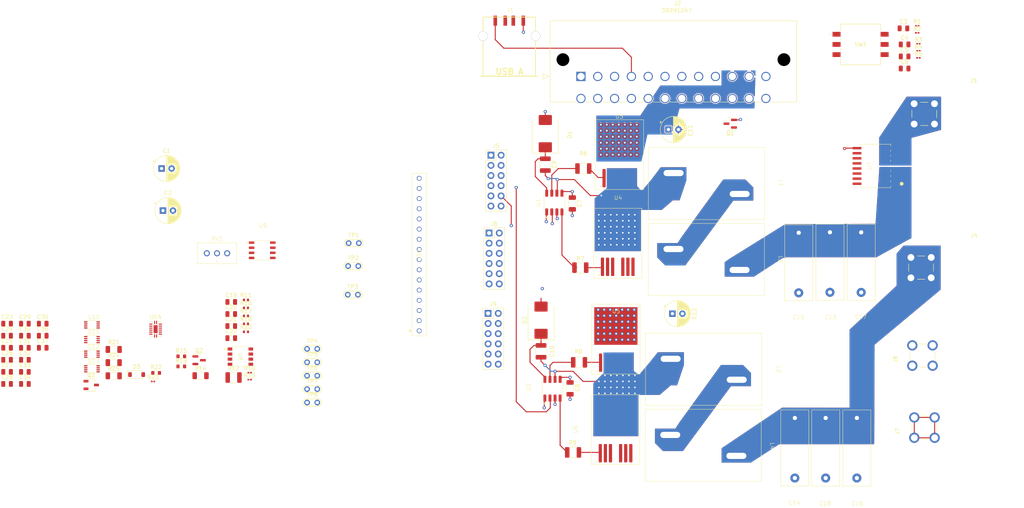
<source format=kicad_pcb>
(kicad_pcb (version 20221018) (generator pcbnew)
  (layers (0 "F.Cu" signal) (1 "In1.Cu" signal "GND") (2 "In2.Cu" signal "PWR") (31 "B.Cu" signal) (34 "B.Paste" user) (35 "F.Paste" user) (36 "B.SilkS" user "B.Silkscreen") (37 "F.SilkS" user "F.Silkscreen") (38 "B.Mask" user) (39 "F.Mask" user) (44 "Edge.Cuts" user))
  (net 0 "")
  (net 1 "+3.3V")
  (net 2 "COM")
  (net 3 "+5V")
  (net 4 "Net-(SW1-8)")
  (net 5 "Net-(SW1-2)")
  (net 6 "Net-(SW1-4)")
  (net 7 "Net-(C6-Pad1)")
  (net 8 "+12V")
  (net 9 "Net-(#FLG07-pwr)")
  (net 10 "Net-(U1-VS)")
  (net 11 "Net-(#FLG06-pwr)")
  (net 12 "Net-(U2-VS)")
  (net 13 "AMP_OUT")
  (net 14 "OCTA_IN")
  (net 15 "Net-(U8--IN)")
  (net 16 "Net-(C20-Pad2)")
  (net 17 "Net-(U8-+IN)")
  (net 18 "-5V")
  (net 19 "Net-(#FLG08-pwr)")
  (net 22 "PWR_OK")
  (net 24 "-12V")
  (net 25 "PWR_ON#")
  (net 27 "OCTA_OUT")
  (net 28 "RELAY_TRIP_N")
  (net 31 "OC_RESET_N")
  (net 33 "CONTRAST")
  (net 34 "Net-(J10-RS)")
  (net 35 "Net-(J10-R{slash}W)")
  (net 36 "Net-(J10-E)")
  (net 37 "Net-(J10-DB0)")
  (net 38 "Net-(J10-DB1)")
  (net 39 "Net-(J10-DB2)")
  (net 40 "Net-(J10-DB3)")
  (net 41 "Net-(J10-DB4)")
  (net 42 "Net-(J10-DB5)")
  (net 43 "Net-(J10-DB6)")
  (net 44 "Net-(J10-DB7)")
  (net 45 "LEDA")
  (net 46 "Net-(L1-Pad2)")
  (net 47 "Net-(L2-Pad2)")
  (net 48 "Net-(Q2-S)")
  (net 49 "V_OC")
  (net 50 "Net-(Q3-B)")
  (net 51 "Net-(Q3-E)")
  (net 52 "Net-(U1-HO)")
  (net 53 "Net-(U3-Gate)")
  (net 54 "Net-(U1-LO)")
  (net 55 "Net-(U4-Gate)")
  (net 56 "Net-(U2-HO)")
  (net 57 "Net-(U5-Gate)")
  (net 58 "Net-(U2-LO)")
  (net 59 "Net-(U6-Gate)")
  (net 60 "FAULT_N")
  (net 61 "Net-(U7-VREF)")
  (net 62 "C_REF")
  (net 63 "Net-(U7-VOUT)")
  (net 64 "C_SENSE")
  (net 65 "INV")
  (net 66 "NON_INV")
  (net 72 "Net-(U10-A1)")
  (net 73 "Net-(U10-A2)")
  (net 74 "RCLK")
  (net 75 "SRCLK")
  (net 76 "Net-(U11-A1)")
  (net 77 "Net-(U11-A2)")
  (net 78 "SER")
  (net 79 "*OE")
  (net 80 "Net-(U12-B2)")
  (net 81 "Net-(U12-B1)")
  (net 82 "Net-(U13-B1)")
  (footprint "CustomFootprints:IPB009N03L" (layer "F.Cu") (at 136.294615 122.70527 -90)
    (fp_text reference "U6")
    (fp_text value "IPB009N03L G")
  )
  (footprint "Resistor_SMD:R_1206_3216Metric" (layer "F.Cu") (at 10.939759 109.2296)
    (fp_text reference "R24")
    (fp_text value "10")
  )
  (footprint "Resistor_SMD:R_0402_1005Metric" (layer "F.Cu") (at 43.979759 101.5296)
    (fp_text reference "R20")
    (fp_text value "325")
  )
  (footprint "Resistor_SMD:R_0603_1608Metric" (layer "F.Cu") (at 27.829759 110.1696)
    (fp_text reference "R19")
    (fp_text value "1k")
  )
  (footprint "Resistor_SMD:R_1210_3225Metric" (layer "F.Cu") (at 128.25 60.75)
    (fp_text reference "R6")
    (fp_text value "10")
  )
  (footprint "CustomFootprints:AGP2923-103KL" (layer "F.Cu") (at 159.01 64.493)
    (fp_text reference "L1")
    (fp_text value "10uH")
  )
  (footprint "Capacitor_SMD:C_0805_2012Metric" (layer "F.Cu") (at -11.240241 108.5296)
    (fp_text reference "C32")
    (fp_text value ".01u")
  )
  (footprint "Capacitor_SMD:C_0805_2012Metric" (layer "F.Cu") (at -15.690241 105.5196)
    (fp_text reference "C25")
    (fp_text value ".01u")
  )
  (footprint "CustomFootprints:IPB009N03L" (layer "F.Cu") (at 137.24 53.995 -90)
    (fp_text reference "U3")
    (fp_text value "IPB009N03L G" hide)
  )
  (footprint "TestPoint:TestPoint_2Pads_Pitch2.54mm_Drill0.8mm" (layer "F.Cu") (at 59.25 119.2)
    (fp_text reference "TP8")
    (fp_text value "TestPoint")
  )
  (footprint "TestPoint:TestPoint_2Pads_Pitch2.54mm_Drill0.8mm" (layer "F.Cu") (at 59.25 105.8)
    (fp_text reference "TP4")
    (fp_text value "TestPoint")
  )
  (footprint "Capacitor_SMD:C_0805_2012Metric" (layer "F.Cu") (at -6.790241 102.5096)
    (fp_text reference "C36")
    (fp_text value ".01u")
  )
  (footprint "Capacitor_SMD:C_1206_3216Metric" (layer "F.Cu") (at 125.5 69.475 -90)
    (fp_text reference "C7")
    (fp_text value "1u")
  )
  (footprint "Resistor_SMD:R_0603_1608Metric" (layer "F.Cu") (at 27.829759 107.6596)
    (fp_text reference "R15")
    (fp_text value "1k")
  )
  (footprint "Resistor_SMD:R_0201_0603Metric" (layer "F.Cu") (at 44.909759 111.7196)
    (fp_text reference "R10")
    (fp_text value "10k")
  )
  (footprint "Resistor_SMD:R_0201_0603Metric" (layer "F.Cu") (at 211.654021 26.8564)
    (fp_text reference "R2")
    (fp_text value "10k")
  )
  (footprint "Capacitor_SMD:C_0805_2012Metric" (layer "F.Cu") (at -11.240241 114.5496)
    (fp_text reference "C34")
    (fp_text value ".01u")
  )
  (footprint "Resistor_SMD:R_0201_0603Metric" (layer "F.Cu") (at 44.909759 113.4696)
    (fp_text reference "R13")
    (fp_text value "10k")
  )
  (footprint "CustomFootprints:S_USB_006_M14.8x14.9" (layer "F.Cu") (at 109.75 37.675)
    (fp_text reference "J1")
    (fp_text value "USB_A")
  )
  (footprint "CustomFootprints:B32522C0335J000" (layer "F.Cu") (at 189.854 84.166 -90)
    (fp_text reference "C13")
    (fp_text value "3.3u")
  )
  (footprint "CustomFootprints:LTC6240IS8TRMPBF" (layer "F.Cu") (at 42.587159 107.9082)
    (fp_text reference "U8")
    (fp_text value "Op Amp")
  )
  (footprint "CustomFootprints:CALTEST_CT3151-2" (layer "F.Cu") (at 212.61 85.5 90)
    (fp_text reference "J4")
    (fp_text value "Black Banana Jack")
  )
  (footprint "Package_DFN_QFN:DHVQFN-16-1EP_2.5x3.5mm_P0.5mm_EP1x2mm" (layer "F.Cu") (at 21.409759 100.8696)
    (fp_text reference "U14")
    (fp_text value "SN74LV595ARGYR")
  )
  (footprint "Capacitor_SMD:C_0805_2012Metric" (layer "F.Cu") (at -15.690241 108.5296)
    (fp_text reference "C26")
    (fp_text value ".01u")
  )
  (footprint "CustomFootprints:1-534237-4" (layer "F.Cu") (at 87.25 82.23 90)
    (fp_text reference "J10")
    (fp_text value "LCD_Conn")
  )
  (footprint "CustomFootprints:SN74LVC2T45DCURE4" (layer "F.Cu") (at 5.509759 107.1196)
    (fp_text reference "U12")
    (fp_text value "SN74LVC2T45DCURE4")
  )
  (footprint "Capacitor_SMD:C_0805_2012Metric" (layer "F.Cu") (at 208.5 35.76)
    (fp_text reference "C6")
    (fp_text value ".01u")
  )
  (footprint "Resistor_SMD:R_0201_0603Metric" (layer "F.Cu") (at 211.95 33.1)
    (fp_text reference "R5")
    (fp_text value "10k")
  )
  (footprint "CustomFootprints:B32522C0335J000" (layer "F.Cu") (at 182.054 84.291 -90)
    (fp_text reference "C15")
    (fp_text value "3.3u")
  )
  (footprint "Capacitor_SMD:C_0805_2012Metric" (layer "F.Cu") (at -6.790241 99.4996)
    (fp_text reference "C35")
    (fp_text value ".01u")
  )
  (footprint "Package_TO_SOT_SMD:SOT-23" (layer "F.Cu") (at 32.279759 108.6296)
    (fp_text reference "Q2")
    (fp_text value "BSS138-7-F")
  )
  (footprint "Package_TO_SOT_SMD:TSOT-23" (layer "F.Cu") (at 5.329759 114.8196)
    (fp_text reference "Q3")
    (fp_text value "NPN")
  )
  (footprint "Capacitor_SMD:C_0805_2012Metric" (layer "F.Cu") (at -15.690241 99.4996)
    (fp_text reference "C23")
    (fp_text value ".01u")
  )
  (footprint "Connector_PinHeader_2.54mm:PinHeader_2x06_P2.54mm_Vertical" (layer "F.Cu") (at 105.17 57.42)
    (fp_text reference "J5")
    (fp_text value "2x6 Pin Header")
  )
  (footprint "Diode_SMD:D_SMC" (layer "F.Cu") (at 117.684615 98.63027 90)
    (fp_text reference "D2")
    (fp_text value "MURS320T3G")
  )
  (footprint "Capacitor_SMD:C_0805_2012Metric" (layer "F.Cu") (at -11.240241 102.5096)
    (fp_text reference "C30")
    (fp_text value ".01u")
  )
  (footprint "TestPoint:TestPoint_2Pads_Pitch2.54mm_Drill0.8mm" (layer "F.Cu") (at 69.501818 85.1068)
    (fp_text reference "TP2")
    (fp_text value "TestPoint")
  )
  (footprint "Capacitor_SMD:C_0805_2012Metric" (layer "F.Cu") (at -11.240241 99.4996)
    (fp_text reference "C29")
    (fp_text value ".01u")
  )
  (footprint "Capacitor_SMD:C_0805_2012Metric" (layer "F.Cu") (at -11.240241 111.5396)
    (fp_text reference "C33")
    (fp_text value ".01u")
  )
  (footprint "CustomFootprints:IR2181" (layer "F.Cu") (at 121 69.25 90)
    (fp_text reference "U1")
    (fp_text value "IR2181STRPBF")
  )
  (footprint "CustomFootprints:SN74LVC2T45DCURE4" (layer "F.Cu") (at 5.509759 110.7696)
    (fp_text reference "U13")
    (fp_text value "SN74LVC2T45DCURE4")
  )
  (footprint "Capacitor_THT:CP_Radial_D6.3mm_P2.50mm" (layer "F.Cu") (at 149.5 51)
    (fp_text reference "C11")
    (fp_text value "100u")
  )
  (footprint "Package_TO_SOT_SMD:SOT-23" (layer "F.Cu") (at 164.9375 49.55 180)
    (fp_text reference "Q1")
    (fp_text value "BSS138-7-F")
  )
  (footprint "Capacitor_SMD:C_0805_2012Metric" (layer "F.Cu") (at 208.5 32.75)
    (fp_text reference "C5")
    (fp_text value ".01u")
  )
  (footprint "CustomFootprints:CALTEST_CT3151-2" (layer "F.Cu") (at 212.96 107.46 90)
    (fp_text reference "J8")
    (fp_text value "CT3151-2")
  )
  (footprint "Capacitor_SMD:C_0805_2012Metric" (layer "F.Cu") (at -11.240241 105.5196)
    (fp_text reference "C31")
    (fp_text value ".01u")
  )
  (footprint "CustomFootprints:MCA1101-20-5" (layer "F.Cu") (at 201.207256 60.1 90)
    (fp_text reference "U7")
    (fp_text value "Current Sensor")
  )
  (footprint "Resistor_SMD:R_0201_0603Metric" (layer "F.Cu") (at 211.95 31.35)
    (fp_text reference "R4")
    (fp_text value "10k")
  )
  (footprint "CustomFootprints:B32522C0335J000" (layer "F.Cu") (at 188.782615 130.55527 -90)
    (fp_text reference "C18")
    (fp_text value "3.3u")
  )
  (footprint "CustomFootprints:AGP2923-103KL" (layer "F.Cu") (at 158.184615 129.90527)
    (fp_text reference "L4")
    (fp_text value "10uH")
  )
  (footprint "Resistor_SMD:R_1206_3216Metric" (layer "F.Cu") (at 32.639759 112.4996)
    (fp_text reference "R14")
    (fp_text value "20k")
  )
  (footprint "Diode_SMD:D_SMC" (layer "F.Cu") (at 118.75 52.025 90)
    (fp_text reference "D1")
    (fp_text value "MURS320T3G")
  )
  (footprint "CustomFootprints:SN74LVC2T45DCURE4" (layer "F.Cu") (at 5.509759 103.4696)
    (fp_text reference "U11")
    (fp_text value "SN74LVC2T45DCURE4")
  )
  (footprint "Resistor_SMD:R_0603_1608Metric" (layer "F.Cu") (at 21.539759 111.7996)
    (fp_text reference "R22")
    (fp_text value "1k")
  )
  (footprint "Capacitor_SMD:C_0805_2012Metric" (layer "F.Cu") (at -15.690241 111.5396)
    (fp_text reference "C27")
    (fp_text value ".01u")
  )
  (footprint "TestPoint:TestPoint_2Pads_Pitch2.54mm_Drill0.8mm" (layer "F.Cu") (at 59.25 112.5)
    (fp_text reference "TP6")
    (fp_text value "TestPoint")
  )
  (footprint "CustomFootprints:CALTEST_CT3151-2" (layer "F.Cu") (at 213.46 125.46 90)
    (fp_text reference "J7")
    (fp_text value "CT3151-2")
  )
  (footprint "Resistor_SMD:R_0402_1005Metric" (layer "F.Cu") (at 43.979759 99.5396)
    (fp_text reference "R18")
    (fp_text value "3.74k")
  )
  (footprint "CustomFootprints:IR2181" (layer "F.Cu") (at 120.549615 115.75027 90)
    (fp_text reference "U2")
    (fp_text value "IR2181STRPBF")
  )
  (footprint "TestPoint:TestPoint_2Pads_Pitch2.54mm_Drill0.8mm" (layer "F.Cu") (at 59.25 115.85)
    (fp_text reference "TP7")
    (fp_text value "TestPoint")
  )
  (footprint "CustomFootprints:221AMC16R" (layer "F.Cu") (at 197.5 29.75)
    (fp_text reference "SW1")
    (fp_text value "Rotary Switch")
  )
  (footprint "Resistor_SMD:R_0201_0603Metric" (layer "F.Cu") (at 20.759759 113.9296)
    (fp_text reference "R23")
    (fp_text value "10k")
  )
  (footprint "CustomFootprints:B32522C0335J000" (layer "F.Cu") (at 196.572615 130.55527 -90)
    (fp_text reference "C16")
    (fp_text value "3.3u")
  )
  (footprint "Capacitor_THT:CP_Radial_D6.3mm_P2.50mm" (layer "F.Cu") (at 150.5 97)
    (fp_text reference "C12")
    (fp_text value "100u")
  )
  (footprint "Resistor_SMD:R_1206_3216Metric" (layer "F.Cu") (at 10.939759 105.9396)
    (fp_text reference "R21")
    (fp_text value "3.1k")
  )
  (footprint "Capacitor_SMD:C_0805_2012Metric" (layer "F.Cu") (at -6.790241 105.5196)
    (fp_text reference "C37")
    (fp_text value ".01u")
  )
  (footprint "CustomFootprints:3386W-1-102RLF" (layer "F.Cu") (at 36.74618 81.9146)
    (fp_text reference "RV1")
    (fp_text value "1K")
  )
  (footprint "Resistor_SMD:R_0402_1005Metric" (layer "F.Cu") (at 43.979759 97.5496)
    (fp_text reference "R17")
    (fp_text value "3.74k")
  )
  (footprint "CustomFootprints:SN74LVC2T45DCURE4" (layer "F.Cu") (at 5.509759 99.8196)
    (fp_text reference "U10")
    (fp_text value "SN74LVC2T45DCURE4")
  )
  (footprint "Resistor_SMD:R_1206_3216Metric" (layer "F.Cu") (at 10.939759 112.5196)
    (fp_text reference "R25")
    (fp_text value "10")
  )
  (footprint "CustomFootprints:B32522C0335J000" (layer "F.Cu") (at 197.654 84.191 -90)
    (fp_text reference "C17")
    (fp_text value "3.3u")
  )
  (footprint "CustomFootprints:L79L05ABD13TR" (layer "F.Cu") (at 48.03618 81.1646)
    (fp_text reference "U9")
    (fp_text value "L79L05ABD13TR")
  )
  (footprint "Resistor_SMD:R_1210_3225Metric" (layer "F.Cu") (at 127.184615 109.15527)
    (fp_text reference "R8")
    (fp_text value "10")
  )
  (footprint "Capacitor_SMD:C_0805_2012Metric" (layer "F.Cu") (at 40.299759 100.0996)
    (fp_text reference "C21")
    (fp_text value ".01u")
  )
  (footprint "Capacitor_SMD:C_0805_2012Metric" (layer "F.Cu") (at 40.299759 97.0896)
    (fp_text reference "C20")
    (fp_text value ".01u")
  )
  (footprint "CustomFootprints:AGP2923-103KL" (layer "F.Cu") (at 158.985 83.47)
    (fp_text reference "L3")
    (fp_text value "10uH")
  )
  (footprint "Resistor_SMD:R_1210_3225Metric" (layer "F.Cu") (at 40.879759 112.9496)
    (fp_text reference "R12")
    (fp_text value "3.3k")
  )
  (footprint "Capacitor_SMD:C_1210_3225Metric" (layer "F.Cu") (at 117.684615 106.40527 -90)
    (fp_text reference "C10")
    (fp_text value "0.47u")
  )
  (footprint "CustomFootprints:CON_39291247" (layer "F.Cu") (at 127.654015 37.75 180)
    (fp_text reference "J2")
    (fp_text value "ATX-24")
  )
  (footprint "TestPoint:TestPoint_2Pads_Pitch2.54mm_Drill0.8mm" (layer "F.Cu") (at 69.401818 92.2568)
    (fp_text reference "TP3")
    (fp_text value "TestPoint")
  )
  (footprint "CustomFootprints:AGP2923-103KL" (layer "F.Cu") (at 158.284615 110.89527)
    (fp_text reference "L2")
    (fp_text value "10uH")
  )
  (footprint "Capacitor_SMD:C_0805_2012Metric" (layer "F.Cu") (at 208.204021 25.7364)
    (fp_text reference "C3")
    (fp_text value ".01u")
  )
  (footprint "Capacitor_SMD:C_1206_3216Metric" (layer "F.Cu") (at 124.934615 115.65527 -90)
    (fp_text reference "C8")
    (fp_text value "1u")
  )
  (footprint "Capacitor_SMD:C_1210_3225Metric" (layer "F.Cu") (at 118.75 59.775 -90)
    (fp_text reference "C9")
    (fp_text value "0.47u")
  )
  (footprint "TestPoint:TestPoint_2Pads_Pitch2.54mm_Drill0.8mm" (layer "F.Cu") (at 59.25 109.15)
    (fp_text reference "TP5")
    (fp_text value "TestPoint")
  )
  (footprint "Capacitor_SMD:C_0805_2012Metric" (layer "F.Cu") (at -15.690241 102.5096)
    (fp_text reference "C24")
    (fp_text value ".01u")
  )
  (footprint "Resistor_SMD:R_0402_1005Metric" (layer "F.Cu") (at 43.979759 95.5596)
    (fp_text reference "R16")
    (fp_text value "325")
  )
  (footprint "CustomFootprints:B32522C0335J000" (layer "F.Cu") (at 181.078615 130.55527 -90)
    (fp_text reference "C14")
    (fp_text value "3.3u")
  )
  (footprint "Connector_PinHeader_2.54mm:PinHeader_2x06_P2.54mm_Vertical" (layer "F.Cu") (at 104.71 76.86)
    (fp_text reference "J6")
    (fp_text value "2x6 Pin Header")
  )
  (footprint "Resistor_SMD:R_0201_0603Metric" (layer "F.Cu") (at 211.95 29.6)
    (fp_text reference "R3")
    (fp_text value "10k")
  )
  (footprint "Capacitor_SMD:C_0805_2012Metric" (layer "F.Cu") (at 40.299759 103.1096)
    (fp_text reference "C22")
    (fp_text value ".01u")
  )
  (footprint "CustomFootprints:CALTEST_CT3151-2" (layer "F.Cu") (at 213.417256 47.1 90)
    (fp_text reference "J3")
    (fp_text value "Red Banana Jack")
  )
  (footprint "Capacitor_THT:CP_Radial_D6.3mm_P2.50mm" (layer "F.Cu") (at 23.25 71.25)
    (fp_text reference "C2")
    (fp_text value "100u")
  )
  (footprint "Capacitor_SMD:C_0805_2012Metric" (layer "F.Cu") (at 208.5 29.74)
    (fp_text reference "C4")
    (fp_text value ".01u")
  )
  (footprint "TestPoint:TestPoint_2Pads_Pitch2.54mm_Drill0.8mm" (layer "F.Cu") (at 69.626818 79.3818)
    (fp_text reference "TP1")
    (fp_text value "TestPoint")
  )
  (footprint "Capacitor_THT:CP_Radial_D6.3mm_P2.50mm" (layer "F.Cu") (at 22.905638 60.7422)
    (fp_text reference "C1")
    (fp_text value "100u")
  )
  (footprint "Resistor_SMD:R_1210_3225Metric" (layer "F.Cu") (at 125.684615 131.65527)
    (fp_text reference "R9")
    (fp_text value "10")
  )
  (footprint "Resistor_SMD:R_0402_1005Metric" (layer "F.Cu") (at 43.979759 93.5696)
    (fp_text reference "R11")
    (fp_text value "33k")
  )
  (footprint "Resistor_SMD:R_0201_0603Metric" (layer "F.Cu") (at 211.654021 25.1064)
    (fp_text reference "R1")
    (fp_text value "10k")
  )
  (footprint "Resistor_SMD:R_1210_3225Metric" (layer "F.Cu") (at 127.5 85.5)
    (fp_text reference "R7")
    (fp_text value "10")
  )
  (footprint "Capacitor_SMD:C_0805_2012Metric" (layer "F.Cu") (at -15.690241 114.5496)
    (fp_text reference "C28")
    (fp_text value ".01u")
  )
  (footprint "CustomFootprints:IPB009N03L" (layer "F.Cu") (at 136.842 76.15 -90)
    (fp_text reference "U4")
    (fp_text value "IPB009N03L G")
  )
  (footprint "Capacitor_SMD:C_0805_2012Metric" (layer "F.Cu") (at 40.299759 94.0796)
    (fp_text reference "C19")
    (fp_text value ".01u")
  )
  (footprint "Connector_PinHeader_2.54mm:PinHeader_2x06_P2.54mm_Vertical" (layer "F.Cu") (at 104.46 96.92)
    (fp_text reference "J9")
    (fp_text value "2x6 Pin Header")
  )
  (footprint "CustomFootprints:IPB009N03L" (layer "F.Cu") (at 136.374615 100.08027 -90)
    (fp_text reference "U5")
    (fp_text value "IPB009N03L G")
  )
  (footprint "Diode_SMD:D_SOD-123" (layer "F.Cu") (at 16.664759 112.2196)
    (fp_text reference "D3")
    (fp_text value "SZMMSZ4679T1G")
  )
  (segment (start 152 51) (end 152 52.25) (width 0.25) (layer "F.Cu") (net 2))
  (segment (start 152 52.25) (end 152.25 52.5) (width 0.25) (layer "F.Cu") (net 2))
  (segment (start 124.934615 117.13027) (end 124.934615 118.40527) (width 0.25) (layer "F.Cu") (net 2))
  (segment (start 167.4 48.6) (end 167.5 48.5) (width 0.25) (layer "F.Cu") (net 2))
  (segment (start 121.635 73.135) (end 121.75 73.25) (width 0.25) (layer "F.Cu") (net 2))
  (segment (start 121.635 71.585) (end 121.635 73.135) (width 0.25) (layer "F.Cu") (net 2))
  (segment (start 152 51) (end 153.5 51) (width 0.25) (layer "F.Cu") (net 2))
  (segment (start 125.5 70.95) (end 125.5 72.5) (width 0.25) (layer "F.Cu") (net 2))
  (segment (start 113.25 23.825) (end 113.25 26.65) (width 0.25) (layer "F.Cu") (net 2))
  (segment (start 152 51) (end 152 49.5) (width 0.25) (layer "F.Cu") (net 2))
  (segment (start 165.875 48.6) (end 167.4 48.6) (width 0.25) (layer "F.Cu") (net 2))
  (segment (start 113.25 26.65) (end 113.3 26.7) (width 0.25) (layer "F.Cu") (net 2))
  (segment (start 152 49.75) (end 152.25 49.5) (width 0.25) (layer "F.Cu") (net 2))
  (segment (start 121.184615 118.08527) (end 121.184615 119.65527) (width 0.25) (layer "F.Cu") (net 2))
  (via (at 153.5 51) (size 0.8) (drill 0.4) (layers "F.Cu" "B.Cu") (net 2))
  (via (at 121.75 73.25) (size 0.8) (drill 0.4) (layers "F.Cu" "B.Cu") (net 2))
  (via (at 121.184615 119.65527) (size 0.8) (drill 0.4) (layers "F.Cu" "B.Cu") (net 2))
  (via (at 167.5 48.5) (size 0.8) (drill 0.4) (layers "F.Cu" "B.Cu") (net 2))
  (via (at 152.25 52.5) (size 0.8) (drill 0.4) (layers "F.Cu" "B.Cu") (net 2))
  (via (at 113.3 26.7) (size 0.8) (drill 0.4) (layers "F.Cu" "B.Cu") (net 2))
  (via (at 124.934615 118.40527) (size 0.8) (drill 0.4) (layers "F.Cu" "B.Cu") (net 2))
  (via (at 125.5 72.5) (size 0.8) (drill 0.4) (layers "F.Cu" "B.Cu") (net 2))
  (via (at 152.25 49.5) (size 0.8) (drill 0.4) (layers "F.Cu" "B.Cu") (net 2))
  (segment (start 140.254013 32.954013) (end 140.254013 37.75) (width 0.25) (layer "F.Cu") (net 3))
  (segment (start 108.4 30.7) (end 138 30.7) (width 0.25) (layer "F.Cu") (net 3))
  (segment (start 106.25 28.55) (end 108.4 30.7) (width 0.25) (layer "F.Cu") (net 3))
  (segment (start 138 30.7) (end 140.254013 32.954013) (width 0.25) (layer "F.Cu") (net 3))
  (segment (start 106.25 23.825) (end 106.25 28.55) (width 0.25) (layer "F.Cu") (net 3))
  (segment (start 117.684615 95.23027) (end 117.684615 93.15527) (width 0.25) (layer "F.Cu") (net 8))
  (segment (start 124.934615 112.90527) (end 124.934615 114.18027) (width 0.25) (layer "F.Cu") (net 8))
  (segment (start 118.75 48.625) (end 118.75 46.525) (width 0.25) (layer "F.Cu") (net 8))
  (segment (start 123.31 66.5) (end 125.5 66.5) (width 0.25) (layer "F.Cu") (net 8))
  (segment (start 118.75 46.275) (end 118.75 46.525) (width 0.25) (layer "F.Cu") (net 8))
  (segment (start 125.5 68) (end 125.5 66.5) (width 0.25) (layer "F.Cu") (net 8))
  (segment (start 134.036615 102.41827) (end 136.374615 100.08027) (width 0.25) (layer "F.Cu") (net 8))
  (segment (start 122.954615 112.90527) (end 124.934615 112.90527) (width 0.25) (layer "F.Cu") (net 8))
  (segment (start 122.454615 113.40527) (end 122.954615 112.90527) (width 0.25) (layer "F.Cu") (net 8))
  (segment (start 122.905 66.905) (end 123.31 66.5) (width 0.25) (layer "F.Cu") (net 8))
  (via (at 131.95 100.5) (size 0.8) (drill 0.4) (layers "F.Cu" "B.Cu") (net 8))
  (via (at 133.45 103.5) (size 0.8) (drill 0.4) (layers "F.Cu" "B.Cu") (net 8))
  (via (at 138.61 57.293) (size 0.8) (drill 0.4) (layers "F.Cu" "B.Cu") (net 8))
  (via (at 136.45 99) (size 0.8) (drill 0.4) (layers "F.Cu" "B.Cu") (net 8))
  (via (at 133.45 97.5) (size 0.8) (drill 0.4) (layers "F.Cu" "B.Cu") (net 8))
  (via (at 131.95 96) (size 0.8) (drill 0.4) (layers "F.Cu" "B.Cu") (net 8))
  (via (at 133.45 96) (size 0.8) (drill 0.4) (layers "F.Cu" "B.Cu") (net 8))
  (via (at 137.95 102) (size 0.8) (drill 0.4) (layers "F.Cu" "B.Cu") (net 8))
  (via (at 134.95 103.5) (size 0.8) (drill 0.4) (layers "F.Cu" "B.Cu") (net 8))
  (via (at 125.5 66.5) (size 0.8) (drill 0.4) (layers "F.Cu" "B.Cu") (net 8))
  (via (at 134.11 49.8) (size 0.8) (drill 0.4) (layers "F.Cu" "B.Cu") (net 8))
  (via (at 134.95 96) (size 0.8) (drill 0.4) (layers "F.Cu" "B.Cu") (net 8))
  (via (at 131.95 97.5) (size 0.8) (drill 0.4) (layers "F.Cu" "B.Cu") (net 8))
  (via (at 140.95 102) (size 0.8) (drill 0.4) (layers "F.Cu" "B.Cu") (net 8))
  (via (at 134.11 57.293) (size 0.8) (drill 0.4) (layers "F.Cu" "B.Cu") (net 8))
  (via (at 131.95 103.5) (size 0.8) (drill 0.4) (layers "F.Cu" "B.Cu") (net 8))
  (via (at 135.61 51.293) (size 0.8) (drill 0.4) (layers "F.Cu" "B.Cu") (net 8))
  (via (at 138.61 51.293) (size 0.8) (drill 0.4) (layers "F.Cu" "B.Cu") (net 8))
  (via (at 132.61 57.293) (size 0.8) (drill 0.4) (layers "F.Cu" "B.Cu") (net 8))
  (via (at 134.11 55.793) (size 0.8) (drill 0.4) (layers "F.Cu" "B.Cu") (net 8))
  (via (at 134.95 100.5) (size 0.8) (drill 0.4) (layers "F.Cu" "B.Cu") (net 8))
  (via (at 136.45 102) (size 0.8) (drill 0.4) (layers "F.Cu" "B.Cu") (net 8))
  (via (at 134.95 99) (size 0.8) (drill 0.4) (layers "F.Cu" "B.Cu") (net 8))
  (via (at 140.11 57.293) (size 0.8) (drill 0.4) (layers "F.Cu" "B.Cu") (net 8))
  (via (at 131.95 99) (size 0.8) (drill 0.4) (layers "F.Cu" "B.Cu") (net 8))
  (via (at 134.95 97.5) (size 0.8) (drill 0.4) (layers "F.Cu" "B.Cu") (net 8))
  (via (at 140.11 55.793) (size 0.8) (drill 0.4) (layers "F.Cu" "B.Cu") (net 8))
  (via (at 132.61 49.8) (size 0.8) (drill 0.4) (layers "F.Cu" "B.Cu") (net 8))
  (via (at 133.45 102) (size 0.8) (drill 0.4) (layers "F.Cu" "B.Cu") (net 8))
  (via (at 134.11 54.293) (size 0.8) (drill 0.4) (layers "F.Cu" "B.Cu") (net 8))
  (via (at 136.45 96) (size 0.8) (drill 0.4) (layers "F.Cu" "B.Cu") (net 8))
  (via (at 133.45 99) (size 0.8) (drill 0.4) (layers "F.Cu" "B.Cu") (net 8))
  (via (at 132.61 55.793) (size 0.8) (drill 0.4) (layers "F.Cu" "B.Cu") (net 8))
  (via (at 134.95 102) (size 0.8) (drill 0.4) (layers "F.Cu" "B.Cu") (net 8))
  (via (at 118.75 46.525) (size 0.8) (drill 0.4) (layers "F.Cu" "B.Cu") (net 8))
  (via (at 135.61 52.793) (size 0.8) (drill 0.4) (layers "F.Cu" "B.Cu") (net 8))
  (via (at 137.95 97.5) (size 0.8) (drill 0.4) (layers "F.Cu" "B.Cu") (net 8))
  (via (at 140.11 49.8) (size 0.8) (drill 0.4) (layers "F.Cu" "B.Cu") (net 8))
  (via (at 131.95 102) (size 0.8) (drill 0.4) (layers "F.Cu" "B.Cu") (net 8))
  (via (at 141.61 51.293) (size 0.8) (drill 0.4) (layers "F.Cu" "B.Cu") (net 8))
  (via (at 141.61 52.793) (size 0.8) (drill 0.4) (layers "F.Cu" "B.Cu") (net 8))
  (via (at 140.95 97.5) (size 0.8) (drill 0.4) (layers "F.Cu" "B.Cu") (net 8))
  (via (at 139.45 97.5) (size 0.8) (drill 0.4) (layers "F.Cu" "B.Cu") (net 8))
  (via (at 139.45 100.5) (size 0.8) (drill 0.4) (layers "F.Cu" "B.Cu") (net 8))
  (via (at 140.95 103.5) (size 0.8) (drill 0.4) (layers "F.Cu" "B.Cu") (net 8))
  (via (at 140.11 54.293) (size 0.8) (drill 0.4) (layers "F.Cu" "B.Cu") (net 8))
  (via (at 136.45 97.5) (size 0.8) (drill 0.4) (layers "F.Cu" "B.Cu") (net 8))
  (via (at 135.61 54.293) (size 0.8) (drill 0.4) (layers "F.Cu" "B.Cu") (net 8))
  (via (at 137.95 96) (size 0.8) (drill 0.4) (layers "F.Cu" "B.Cu") (net 8))
  (via (at 138.61 55.793) (size 0.8) (drill 0.4) (layers "F.Cu" "B.Cu") (net 8))
  (via (at 135.61 55.793) (size 0.8) (drill 0.4) (layers "F.Cu" "B.Cu") (net 8))
  (via (at 138.61 49.8) (size 0.8) (drill 0.4) (layers "F.Cu" "B.Cu") (net 8))
  (via (at 136.45 103.5) (size 0.8) (drill 0.4) (layers "F.Cu" "B.Cu") (net 8))
  (via (at 137.11 55.793) (size 0.8) (drill 0.4) (layers "F.Cu" "B.Cu") (net 8))
  (via (at 137.11 57.293) (size 0.8) (drill 0.4) (layers "F.Cu" "B.Cu") (net 8))
  (via (at 137.95 99) (size 0.8) (drill 0.4) (layers "F.Cu" "B.Cu") (net 8))
  (via (at 137.11 54.293) (size 0.8) (drill 0.4) (layers "F.Cu" "B.Cu") (net 8))
  (via (at 139.45 102) (size 0.8) (drill 0.4) (layers "F.Cu" "B.Cu") (net 8))
  (via (at 137.11 52.793) (size 0.8) (drill 0.4) (layers "F.Cu" "B.Cu") (net 8))
  (via (at 118 90.75) (size 0.8) (drill 0.4) (layers "F.Cu" "B.Cu") (net 8))
  (via (at 140.95 96) (size 0.8) (drill 0.4) (layers "F.Cu" "B.Cu") (net 8))
  (via (at 132.61 51.293) (size 0.8) (drill 0.4) (layers "F.Cu" "B.Cu") (net 8))
  (via (at 141.61 49.8) (size 0.8) (drill 0.4) (layers "F.Cu" "B.Cu") (net 8))
  (via (at 139.45 103.5) (size 0.8) (drill 0.4) (layers "F.Cu" "B.Cu") (net 8))
  (via (at 139.45 99) (size 0.8) (drill 0.4) (layers "F.Cu" "B.Cu") (net 8))
  (via (at 124.934615 112.90527) (size 0.8) (drill 0.4) (layers "F.Cu" "B.Cu") (net 8))
  (via (at 135.61 49.8) (size 0.8) (drill 0.4) (layers "F.Cu" "B.Cu") (net 8))
  (via (at 141.61 55.793) (size 0.8) (drill 0.4) (layers "F.Cu" "B.Cu") (net 8))
  (via (at 140.95 100.5) (size 0.8) (drill 0.4) (layers "F.Cu" "B.Cu") (net 8))
  (via (at 137.11 49.8) (size 0.8) (drill 0.4) (layers "F.Cu" "B.Cu") (net 8))
  (via (at 134.11 51.293) (size 0.8) (drill 0.4) (layers "F.Cu" "B.Cu") (net 8))
  (via (at 136.45 100.5) (size 0.8) (drill 0.4) (layers "F.Cu" "B.Cu") (net 8))
  (via (at 141.61 57.293) (size 0.8) (drill 0.4) (layers "F.Cu" "B.Cu") (net 8))
  (via (at 132.61 52.793) (size 0.8) (drill 0.4) (layers "F.Cu" "B.Cu") (net 8))
  (via (at 140.11 52.793) (size 0.8) (drill 0.4) (layers "F.Cu" "B.Cu") (net 8))
  (via (at 134.11 52.793) (size 0.8) (drill 0.4) (layers "F.Cu" "B.Cu") (net 8))
  (via (at 139.45 96) (size 0.8) (drill 0.4) (layers "F.Cu" "B.Cu") (net 8))
  (via (at 137.95 100.5) (size 0.8) (drill 0.4) (layers "F.Cu" "B.Cu") (net 8))
  (via (at 140.95 99) (size 0.8) (drill 0.4) (layers "F.Cu" "B.Cu") (net 8))
  (via (at 140.11 51.293) (size 0.8) (drill 0.4) (layers "F.Cu" "B.Cu") (net 8))
  (via (at 138.61 54.293) (size 0.8) (drill 0.4) (layers "F.Cu" "B.Cu") (net 8))
  (via (at 133.45 100.5) (size 0.8) (drill 0.4) (layers "F.Cu" "B.Cu") (net 8))
  (via (at 132.61 54.293) (size 0.8) (drill 0.4) (layers "F.Cu" "B.Cu") (net 8))
  (via (at 138.61 52.793) (size 0.8) (drill 0.4) (layers "F.Cu" "B.Cu") (net 8))
  (via (at 137.11 51.293) (size 0.8) (drill 0.4) (layers "F.Cu" "B.Cu") (net 8))
  (via (at 141.61 54.293) (size 0.8) (drill 0.4) (layers "F.Cu" "B.Cu") (net 8))
  (via (at 135.61 57.293) (size 0.8) (drill 0.4) (layers "F.Cu" "B.Cu") (net 8))
  (via (at 137.95 103.5) (size 0.8) (drill 0.4) (layers "F.Cu" "B.Cu") (net 8))
  (segment (start 116.25 62.75) (end 116.25 59) (width 0.25) (layer "F.Cu") (net 9))
  (segment (start 119.095 66.905) (end 119.095 65.595) (width 0.25) (layer "F.Cu") (net 9))
  (segment (start 116.95 58.3) (end 118.75 58.3) (width 0.25) (layer "F.Cu") (net 9))
  (segment (start 118.845 55.52) (end 118.75 55.425) (width 0.25) (layer "F.Cu") (net 9))
  (segment (start 118.75 55.425) (end 118.75 58.3) (width 0.25) (layer "F.Cu") (net 9))
  (segment (start 116.25 59) (end 116.95 58.3) (width 0.25) (layer "F.Cu") (net 9))
  (segment (start 119.095 65.595) (end 116.25 62.75) (width 0.25) (layer "F.Cu") (net 9))
  (segment (start 139.61 73.793) (end 141.11 72.293) (width 0.25) (layer "F.Cu") (net 10))
  (segment (start 136.842 74.025) (end 136.61 73.793) (width 0.25) (layer "F.Cu") (net 10))
  (segment (start 130 67.5) (end 132.75 67.5) (width 0.25) (layer "F.Cu") (net 10))
  (segment (start 133.61 72.293) (end 132.985 72.293) (width 0.25) (layer "F.Cu") (net 10))
  (segment (start 135.11 73.793) (end 134.485 73.793) (width 0.25) (layer "F.Cu") (net 10))
  (segment (start 126 63.5) (end 130 67.5) (width 0.25) (layer "F.Cu") (net 10))
  (segment (start 136.842 75.061) (end 136.842 74.025) (width 0.25) (layer "F.Cu") (net 10))
  (segment (start 136.842 75.95) (end 138.11 75.293) (width 0.25) (layer "F.Cu") (net 10))
  (segment (start 136.61 73.793) (end 136.842 73.561) (width 0.25) (layer "F.Cu") (net 10))
  (segment (start 118.75 62.5) (end 119.5 63.25) (width 0.25) (layer "F.Cu") (net 10))
  (segment (start 136.61 75.293) (end 136.842 75.061) (width 0.25) (layer "F.Cu") (net 10))
  (segment (start 138.11 75.293) (end 139.61 73.793) (width 0.25) (layer "F.Cu") (net 10))
  (segment (start 136.842 75.525) (end 136.61 75.293) (width 0.25) (layer "F.Cu") (net 10))
  (segment (start 118.75 61.25) (end 118.75 62.5) (width 0.25) (layer "F.Cu") (net 10))
  (segment (start 136.842 76.15) (end 135.642 74.95) (width 0.25) (layer "F.Cu") (net 10))
  (segment (start 133.61 72.918) (end 133.61 72.293) (width 0.25) (layer "F.Cu") (net 10))
  (segment (start 136.842 76.15) (end 136.842 75.525) (width 0.25) (layer "F.Cu") (net 10))
  (segment (start 141.11 72.293) (end 140.642 72.15) (width 0.25) (layer "F.Cu") (net 10))
  (segment (start 134.521 63.162) (end 134.509 63.15) (width 0.25) (layer "F.Cu") (net 10))
  (segment (start 121.75 66.79) (end 121.635 66.905) (width 0.25) (layer "F.Cu") (net 10))
  (segment (start 140.871 63.162) (end 140.859 63.15) (width 0.25) (layer "F.Cu") (net 10))
  (segment (start 134.509 63.15) (end 134.546 63.187) (width 0.25) (layer "F.Cu") (net 10))
  (segment (start 136.842 73.561) (end 136.842 73.55) (width 0.25) (layer "F.Cu") (net 10))
  (segment (start 136.842 76.15) (end 135.11 74.418) (width 0.25) (layer "F.Cu") (net 10))
  (segment (start 134.485 73.793) (end 133.61 72.918) (width 0.25) (layer "F.Cu") (net 10))
  (segment (start 135.11 74.418) (end 135.11 73.793) (width 0.25) (layer "F.Cu") (net 10))
  (segment (start 134.7 61.2) (end 134.7 63.145) (width 0.25) (layer "F.Cu") (net 10))
  (segment (start 136.842 76.15) (end 136.842 75.95) (width 0.25) (layer "F.Cu") (net 10))
  (segment (start 121.75 63.5) (end 126 63.5) (width 0.25) (layer "F.Cu") (net 10))
  (segment (start 135.642 74.95) (end 135.642 72.15) (width 0.25) (layer "F.Cu") (net 10))
  (segment (start 132.985 72.293) (end 132.842 72.15) (width 0.25) (layer "F.Cu") (net 10))
  (segment (start 121.75 63.5) (end 121.75 66.79) (width 0.25) (layer "F.Cu") (net 10))
  (via (at 132.11 76.793) (size 0.8) (drill 0.4) (layers "F.Cu" "B.Cu") (net 10))
  (via (at 132.11 75.293) (size 0.8) (drill 0.4) (layers "F.Cu" "B.Cu") (net 10))
  (via (at 138.11 79.793) (size 0.8) (drill 0.4) (layers "F.Cu" "B.Cu") (net 10))
  (via (at 133.61 72.293) (size 0.8) (drill 0.4) (layers "F.Cu" "B.Cu") (net 10))
  (via (at 135.11 72.293) (size 0.8) (drill 0.4) (layers "F.Cu" "B.Cu") (net 10))
  (via (at 138.11 72.293) (size 0.8) (drill 0.4) (layers "F.Cu" "B.Cu") (net 10))
  (via (at 138.11 75.293) (size 0.8) (drill 0.4) (layers "F.Cu" "B.Cu") (net 10))
  (via (at 132.11 73.793) (size 0.8) (drill 0.4) (layers "F.Cu" "B.Cu") (net 10))
  (via (at 136.61 78.293) (size 0.8) (drill 0.4) (layers "F.Cu" "B.Cu") (net 10))
  (via (at 138.11 73.793) (size 0.8) (drill 0.4) (layers "F.Cu" "B.Cu") (net 10))
  (via (at 133.61 78.293) (size 0.8) (drill 0.4) (layers "F.Cu" "B.Cu") (net 10))
  (via (at 141.11 76.793) (size 0.8) (drill 0.4) (layers "F.Cu" "B.Cu") (net 10))
  (via (at 141.11 75.293) (size 0.8) (drill 0.4) (layers "F.Cu" "B.Cu") (net 10))
  (via (at 135.11 76.793) (size 0.8) (drill 0.4) (layers "F.Cu" "B.Cu") (net 10))
  (via (at 136.61 72.293) (size 0.8) (drill 0.4) (layers "F.Cu" "B.Cu") (net 10))
  (via (at 136.61 73.793) (size 0.8) (drill 0.4) (layers "F.Cu" "B.Cu") (net 10))
  (via (at 132.11 78.293) (size 0.8) (drill 0.4) (layers "F.Cu" "B.Cu") (net 10))
  (via (at 135.11 79.793) (size 0.8) (drill 0.4) (layers "F.Cu" "B.Cu") (net 10))
  (via (at 138.11 76.793) (size 0.8) (drill 0.4) (layers "F.Cu" "B.Cu") (net 10))
  (via (at 141.11 79.793) (size 0.8) (drill 0.4) (layers "F.Cu" "B.Cu") (net 10))
  (via (at 141.11 78.293) (size 0.8) (drill 0.4) (layers "F.Cu" "B.Cu") (net 10))
  (via (at 121.75 63.5) (size 0.8) (drill 0.4) (layers "F.Cu" "B.Cu") (net 10))
  (via (at 133.61 76.793) (size 0.8) (drill 0.4) (layers "F.Cu" "B.Cu") (net 10))
  (via (at 136.61 79.793) (size 0.8) (drill 0.4) (layers "F.Cu" "B.Cu") (net 10))
  (via (at 141.11 72.293) (size 0.8) (drill 0.4) (layers "F.Cu" "B.Cu") (net 10))
  (via (at 132.75 67.5) (size 0.8) (drill 0.4) (layers "F.Cu" "B.Cu") (net 10))
  (via (at 139.61 78.293) (size 0.8) (drill 0.4) (layers "F.Cu" "B.Cu") (net 10))
  (via (at 133.61 79.793) (size 0.8) (drill 0.4) (layers "F.Cu" "B.Cu") (net 10))
  (via (at 133.61 73.793) (size 0.8) (drill 0.4) (layers "F.Cu" "B.Cu") (net 10))
  (via (at 135.11 75.293) (size 0.8) (drill 0.4) (layers "F.Cu" "B.Cu") (net 10))
  (via (at 139.61 73.793) (size 0.8) (drill 0.4) (layers "F.Cu" "B.Cu") (net 10))
  (via (at 132.11 79.793) (size 0.8) (drill 0.4) (layers "F.Cu" "B.Cu") (net 10))
  (via (at 139.61 75.293) (size 0.8) (drill 0.4) (layers "F.Cu" "B.Cu") (net 10))
  (via (at 136.61 75.293) (size 0.8) (drill 0.4) (layers "F.Cu" "B.Cu") (net 10))
  (via (at 133.61 75.293) (size 0.8) (drill 0.4) (layers "F.Cu" "B.Cu") (net 10))
  (via (at 139.61 72.293) (size 0.8) (drill 0.4) (layers "F.Cu" "B.Cu") (net 10))
  (via (at 135.11 78.293) (size 0.8) (drill 0.4) (layers "F.Cu" "B.Cu") (net 10))
  (via (at 141.11 73.793) (size 0.8) (drill 0.4) (layers "F.Cu" "B.Cu") (net 10))
  (via (at 135.11 73.793) (size 0.8) (drill 0.4) (layers "F.Cu" "B.Cu") (net 10))
  (via (at 132.11 72.293) (size 0.8) (drill 0.4) (layers "F.Cu" "B.Cu") (net 10))
  (via (at 138.11 78.293) (size 0.8) (drill 0.4) (layers "F.Cu" "B.Cu") (net 10))
  (via (at 119.5 63.25) (size 0.8) (drill 0.4) (layers "F.Cu" "B.Cu") (net 10))
  (via (at 136.61 76.793) (size 0.8) (drill 0.4) (layers "F.Cu" "B.Cu") (net 10))
  (via (at 139.61 76.793) (size 0.8) (drill 0.4) (layers "F.Cu" "B.Cu") (net 10))
  (via (at 139.61 79.793) (size 0.8) (drill 0.4) (layers "F.Cu" "B.Cu") (net 10))
  (segment (start 121.5 63.25) (end 121.75 63.5) (width 0.25) (layer "B.Cu") (net 10))
  (segment (start 119.5 63.25) (end 121.5 63.25) (width 0.25) (layer "B.Cu") (net 10))
  (segment (start 114.934615 105.90527) (end 115.909615 104.93027) (width 0.25) (layer "F.Cu") (net 11))
  (segment (start 114.934615 109.15527) (end 114.934615 105.90527) (width 0.25) (layer "F.Cu") (net 11))
  (segment (start 117.684615 104.93027) (end 117.684615 102.03027) (width 0.25) (layer "F.Cu") (net 11))
  (segment (start 118.644615 112.86527) (end 114.934615 109.15527) (width 0.25) (layer "F.Cu") (net 11))
  (segment (start 115.909615 104.93027) (end 117.684615 104.93027) (width 0.25) (layer "F.Cu") (net 11))
  (segment (start 118.644615 113.40527) (end 118.644615 112.86527) (width 0.25) (layer "F.Cu") (net 11))
  (segment (start 121.184615 111.40527) (end 125.684615 111.40527) (width 0.25) (layer "F.Cu") (net 12))
  (segment (start 128.197615 113.91827) (end 132.134615 113.91827) (width 0.25) (layer "F.Cu") (net 12))
  (segment (start 117.684615 107.88027) (end 117.684615 108.90527) (width 0.25) (layer "F.Cu") (net 12))
  (segment (start 117.684615 108.90527) (end 118.684615 109.90527) (width 0.25) (layer "F.Cu") (net 12))
  (segment (start 125.684615 111.40527) (end 128.197615 113.91827) (width 0.25) (layer "F.Cu") (net 12))
  (segment (start 121.184615 113.40527) (end 121.184615 111.40527) (width 0.25) (layer "F.Cu") (net 12))
  (via (at 141.134615 115.41827) (size 0.8) (drill 0.4) (layers "F.Cu" "B.Cu") (net 12))
  (via (at 136.634615 115.41827) (size 0.8) (drill 0.4) (layers "F.Cu" "B.Cu") (net 12))
  (via (at 136.634615 112.41827) (size 0.8) (drill 0.4) (layers "F.Cu" "B.Cu") (net 12))
  (via (at 135.134615 116.91827) (size 0.8) (drill 0.4) (layers "F.Cu" "B.Cu") (net 12))
  (via (at 138.134615 116.91827) (size 0.8) (drill 0.4) (layers "F.Cu" "B.Cu") (net 12))
  (via (at 139.634615 113.91827) (size 0.8) (drill 0.4) (layers "F.Cu" "B.Cu") (net 12))
  (via (at 132.134615 113.91827) (size 0.8) (drill 0.4) (layers "F.Cu" "B.Cu") (net 12))
  (via (at 121.184615 111.40527) (size 0.8) (drill 0.4) (layers "F.Cu" "B.Cu") (net 12))
  (via (at 136.634615 113.91827) (size 0.8) (drill 0.4) (layers "F.Cu" "B.Cu") (net 12))
  (via (at 133.634615 115.41827) (size 0.8) (drill 0.4) (layers "F.Cu" "B.Cu") (net 12))
  (via (at 132.134615 116.91827) (size 0.8) (drill 0.4) (layers "F.Cu" "B.Cu") (net 12))
  (via (at 138.134615 113.91827) (size 0.8) (drill 0.4) (layers "F.Cu" "B.Cu") (net 12))
  (via (at 135.134615 112.41827) (size 0.8) (drill 0.4) (layers "F.Cu" "B.Cu") (net 12))
  (via (at 118.684615 109.90527) (size 0.8) (drill 0.4) (layers "F.Cu" "B.Cu") (net 12))
  (via (at 141.134615 116.91827) (size 0.8) (drill 0.4) (layers "F.Cu" "B.Cu") (net 12))
  (via (at 135.134615 113.91827) (size 0.8) (drill 0.4) (layers "F.Cu" "B.Cu") (net 12))
  (via (at 141.134615 112.41827) (size 0.8) (drill 0.4) (layers "F.Cu" "B.Cu") (net 12))
  (via (at 139.634615 116.91827) (size 0.8) (drill 0.4) (layers "F.Cu" "B.Cu") (net 12))
  (via (at 136.634615 116.91827) (size 0.8) (drill 0.4) (layers "F.Cu" "B.Cu") (net 12))
  (via (at 132.134615 115.41827) (size 0.8) (drill 0.4) (layers "F.Cu" "B.Cu") (net 12))
  (via (at 133.634615 116.91827) (size 0.8) (drill 0.4) (layers "F.Cu" "B.Cu") (net 12))
  (via (at 138.134615 112.41827) (size 0.8) (drill 0.4) (layers "F.Cu" "B.Cu") (net 12))
  (via (at 138.134615 115.41827) (size 0.8) (drill 0.4) (layers "F.Cu" "B.Cu") (net 12))
  (via (at 139.634615 115.41827) (size 0.8) (drill 0.4) (layers "F.Cu" "B.Cu") (net 12))
  (via (at 139.634615 112.41827) (size 0.8) (drill 0.4) (layers "F.Cu" "B.Cu") (net 12))
  (via (at 133.634615 112.41827) (size 0.8) (drill 0.4) (layers "F.Cu" "B.Cu") (net 12))
  (via (at 133.634615 113.91827) (size 0.8) (drill 0.4) (layers "F.Cu" "B.Cu") (net 12))
  (via (at 135.134615 115.41827) (size 0.8) (drill 0.4) (layers "F.Cu" "B.Cu") (net 12))
  (via (at 141.134615 113.91827) (size 0.8) (drill 0.4) (layers "F.Cu" "B.Cu") (net 12))
  (segment (start 120.184615 111.40527) (end 121.184615 111.40527) (width 0.25) (layer "B.Cu") (net 12))
  (segment (start 118.684615 109.90527) (end 120.184615 111.40527) (width 0.25) (layer "B.Cu") (net 12))
  (segment (start 107.71 67.58) (end 110.25 70.12) (width 0.25) (layer "F.Cu") (net 28))
  (segment (start 210.92 122.92) (end 216 122.92) (width 0.25) (layer "F.Cu") (net 28))
  (segment (start 216 128) (end 210.92 128) (width 0.25) (layer "F.Cu") (net 28))
  (segment (start 210.92 128) (end 210.92 122.92) (width 0.25) (layer "F.Cu") (net 28))
  (segment (start 110.25 70.12) (end 110.25 75) (width 0.25) (layer "F.Cu") (net 28))
  (segment (start 216 122.92) (end 216 128) (width 0.25) (layer "F.Cu") (net 28))
  (via (at 110.25 75) (size 0.8) (drill 0.4) (layers "F.Cu" "B.Cu") (net 28))
  (segment (start 120.365 66.905) (end 120.365 62.385) (width 0.25) (layer "F.Cu") (net 52))
  (segment (start 122 60.75) (end 126.7875 60.75) (width 0.25) (layer "F.Cu") (net 52))
  (segment (start 126.5375 61) (end 126.7875 60.75) (width 0.25) (layer "F.Cu") (net 52))
  (segment (start 120.365 62.385) (end 122 60.75) (width 0.25) (layer "F.Cu") (net 52))
  (segment (start 133.285 63) (end 133.43 63.145) (width 0.25) (layer "F.Cu") (net 53))
  (segment (start 129.7125 60.75) (end 131.9625 63) (width 0.25) (layer "F.Cu") (net 53))
  (segment (start 131.9625 63) (end 133.285 63) (width 0.25) (layer "F.Cu") (net 53))
  (segment (start 122.905 71.585) (end 122.905 82.3675) (width 0.25) (layer "F.Cu") (net 54))
  (segment (start 126.5 85.425) (end 126.575 85.5) (width 0.25) (layer "F.Cu") (net 54))
  (segment (start 122.905 82.3675) (end 126.0375 85.5) (width 0.25) (layer "F.Cu") (net 54))
  (segment (start 128.9625 85.5) (end 132.832 85.5) (width 0.25) (layer "F.Cu") (net 55))
  (segment (start 132.832 85.5) (end 133.032 85.3) (width 0.25) (layer "F.Cu") (net 55))
  (segment (start 120.684615 109.15527) (end 119.914615 109.92527) (width 0.25) (layer "F.Cu") (net 56))
  (segment (start 125.722115 109.15527) (end 120.684615 109.15527) (width 0.25) (layer "F.Cu") (net 56))
  (segment (start 119.914615 109.92527) (end 119.914615 113.40527) (width 0.25) (layer "F.Cu") (net 56))
  (segment (start 128.647115 109.15527) (end 132.489615 109.15527) (width 0.25) (layer "F.Cu") (net 57))
  (segment (start 132.489615 109.15527) (end 132.564615 109.23027) (width 0.25) (layer "F.Cu") (net 57))
  (segment (start 122.454615 129.88777) (end 122.454615 118.08527) (width 0.25) (layer "F.Cu") (net 58))
  (segment (start 124.222115 131.65527) (end 122.454615 129.88777) (width 0.25) (layer "F.Cu") (net 58))
  (segment (start 127.147115 131.65527) (end 132.284615 131.65527) (width 0.25) (layer "F.Cu") (net 59))
  (segment (start 132.284615 131.65527) (end 132.484615 131.85527) (width 0.25) (layer "F.Cu") (net 59))
  (segment (start 196.607256 55.655) (end 193.595 55.655) (width 0.25) (layer "F.Cu") (net 60))
  (segment (start 193.595 55.655) (end 193.5 55.75) (width 0.25) (layer "F.Cu") (net 60))
  (via blind (at 193.5 55.75) (size 0.8) (drill 0.4) (layers "F.Cu" "In2.Cu") (net 60))
  (segment (start 118.5 118.229885) (end 118.644615 118.08527) (width 0.25) (layer "F.Cu") (net 65))
  (segment (start 120.5 74.5) (end 120.5 71.72) (width 0.25) (layer "F.Cu") (net 65))
  (segment (start 120.5 71.72) (end 120.365 71.585) (width 0.25) (layer "F.Cu") (net 65))
  (segment (start 118.5 120.5) (end 118.5 118.229885) (width 0.25) (layer "F.Cu") (net 65))
  (via (at 118.5 120.5) (size 0.8) (drill 0.4) (layers "F.Cu" "B.Cu") (net 65))
  (via (at 120.5 74.5) (size 0.8) (drill 0.4) (layers "F.Cu" "B.Cu") (net 65))
  (segment (start 119 121.5) (end 120 120.5) (width 0.25) (layer "F.Cu") (net 66))
  (segment (start 119 71.68) (end 119.095 71.585) (width 0.25) (layer "F.Cu") (net 66))
  (segment (start 111.5 65.4905) (end 111.5 119) (width 0.25) (layer "F.Cu") (net 66))
  (segment (start 111.5 119) (end 114 121.5) (width 0.25) (layer "F.Cu") (net 66))
  (segment (start 120 120.5) (end 120 118.170655) (width 0.25) (layer "F.Cu") (net 66))
  (segment (start 114 121.5) (end 119 121.5) (width 0.25) (layer "F.Cu") (net 66))
  (segment (start 120 118.170655) (end 119.914615 118.08527) (width 0.25) (layer "F.Cu") (net 66))
  (segment (start 119 74) (end 119 71.68) (width 0.25) (layer "F.Cu") (net 66))
  (via (at 119 74) (size 0.8) (drill 0.4) (layers "F.Cu" "B.Cu") (net 66))
  (via (at 111.5 65.4905) (size 0.8) (drill 0.4) (layers "F.Cu" "B.Cu") (net 66))
  (zone (net 13) (net_name "AMP_OUT") (layers "F.Cu" "In1.Cu" "In2.Cu" "B.Cu") (priority 8) (connect_pads (clearance 0)) (min_thickness 0.25) (fill yes (thermal_gap 0.5) (thermal_bridge_width 0.5))
    (polygon (pts (xy 201.25 74.5) (xy 202.207256 60.35) (xy 210.207256 60.35) (xy 210.207256 78.1) (xy 201.267256 83.005)))
  )
  (zone (net 10) (net_name "Net-(U1-VS)") (layers "F.Cu" "In1.Cu" "In2.Cu" "B.Cu") (priority 4) (connect_pads yes (clearance 0)) (min_thickness 0.025) (fill yes (thermal_gap 0.5) (thermal_bridge_width 0.5))
    (polygon (pts (xy 134.124 60.683) (xy 141.669 60.673) (xy 141.669 65.118) (xy 142.52 66.09) (xy 143.06 66.09) (xy 145.06 63.755) (xy 147.586 60.432) (xy 154.006 60.422) (xy 154.006 63.634) (xy 152.299 68.684) (xy 150.635 68.674) (xy 147.841 71.087) (xy 142.647 71.097) (xy 142.647 81.384) (xy 131.09 81.384) (xy 131.09 68.176) (xy 134.124 65.636)))
  )
  (zone (net 47) (net_name "Net-(L2-Pad2)") (layers "F.Cu" "In1.Cu" "In2.Cu" "B.Cu") (priority 2) (connect_pads yes (clearance 0)) (min_thickness 0.25) (fill yes (thermal_gap 0.5) (thermal_bridge_width 0.5))
    (polygon (pts (xy 170.134615 111.81827) (xy 168.134615 109.81827) (xy 162.634615 109.81827) (xy 152.134615 124.31827) (xy 151.234615 125.71827) (xy 146.134615 125.71827) (xy 146.134615 129.31827) (xy 148.134615 131.31827) (xy 153.134615 131.31827) (xy 165.134615 115.11827) (xy 170.134615 115.11827)))
  )
  (zone (net 46) (net_name "Net-(L1-Pad2)") (layers "F.Cu" "In1.Cu" "In2.Cu" "B.Cu") (priority 2) (connect_pads yes (clearance 0)) (min_thickness 0.25) (fill yes (thermal_gap 0.5) (thermal_bridge_width 0.5))
    (polygon (pts (xy 170.708671 65.469794) (xy 168.708671 63.469794) (xy 163.208671 63.469794) (xy 152.708671 77.969794) (xy 151.808671 79.369794) (xy 146.708671 79.369794) (xy 146.708671 82.969794) (xy 148.708671 84.969794) (xy 153.708671 84.969794) (xy 165.708671 68.769794) (xy 170.708671 68.769794)))
  )
  (zone (net 13) (net_name "AMP_OUT") (layers "F.Cu" "In1.Cu" "In2.Cu" "B.Cu") (priority 1) (connect_pads yes (clearance 0)) (min_thickness 0.025) (fill yes (thermal_gap 0.5) (thermal_bridge_width 0.5))
    (polygon (pts (xy 163.56 87.755) (xy 170.86 87.755) (xy 177.96 83.155) (xy 178.96 82.905) (xy 201.56 82.905) (xy 201.56 74.555) (xy 178.66 74.655) (xy 164.66 83.355) (xy 163.56 84.155)))
  )
  (zone (net 14) (net_name "OCTA_IN") (layers "F.Cu" "In1.Cu" "In2.Cu" "B.Cu") (priority 11) (connect_pads yes (clearance 0)) (min_thickness 0.25) (fill yes (thermal_gap 0.5) (thermal_bridge_width 0.5))
    (polygon (pts (xy 200.884615 129.60527) (xy 201 104.75) (xy 217.5 91) (xy 217.5 80) (xy 208.25 80) (xy 206.5 82) (xy 206.5 90) (xy 194.75 101) (xy 194.75 120.5)))
  )
  (zone (net 12) (net_name "Net-(U2-VS)") (layers "F.Cu" "In1.Cu" "In2.Cu" "B.Cu") (connect_pads yes (clearance 0)) (min_thickness 0.025) (fill yes (thermal_gap 0.5) (thermal_bridge_width 0.5))
    (polygon (pts (xy 133.288615 106.69827) (xy 140.833615 106.68827) (xy 140.833615 111.33327) (xy 141.884615 112.08027) (xy 142.334615 112.08027) (xy 144.734615 109.28027) (xy 146.850615 106.64727) (xy 153.370615 106.63727) (xy 153.370615 109.84927) (xy 151.663615 114.89927) (xy 150.134615 114.88927) (xy 147.305615 117.30227) (xy 142.011615 117.31227) (xy 142.011615 127.59927) (xy 130.754615 127.59927) (xy 130.754615 114.39127) (xy 133.288615 111.85127)))
  )
  (zone (net 27) (net_name "OCTA_OUT") (layers "F.Cu" "In1.Cu" "In2.Cu" "B.Cu") (priority 10) (connect_pads yes (clearance 0)) (min_thickness 0.25) (fill yes (thermal_gap 0.5) (thermal_bridge_width 0.5))
    (polygon (pts (xy 210.207256 60) (xy 210.207256 53.1) (xy 217.607256 51.1) (xy 217.607256 42.8) (xy 209.007256 42.8) (xy 202.157256 53) (xy 202.157256 60)))
  )
  (zone (net 14) (net_name "OCTA_IN") (layers "F.Cu" "In1.Cu" "In2.Cu" "B.Cu") (priority 1) (connect_pads yes (clearance 0)) (min_thickness 0.025) (fill yes (thermal_gap 0.5) (thermal_bridge_width 0.5))
    (polygon (pts (xy 162.784615 134.20527) (xy 170.084615 134.20527) (xy 177.184615 129.60527) (xy 178.184615 129.60527) (xy 200.884615 129.60527) (xy 200.984615 120.50527) (xy 177.884615 120.48027) (xy 163.884615 129.88027) (xy 162.784615 130.60527)))
  )
  (zone (net 0) (net_name "") (layers "F&B.Cu") (priority 9) (connect_pads (clearance 0)) (min_thickness 0.25) (fill yes (thermal_gap 0.5) (thermal_bridge_width 0.5) (island_removal_mode 1) (island_area_min 10))
    (polygon (pts (xy 171.25 36.25) (xy 171 45.75) (xy 152.25 45.75) (xy 150.5 52.25) (xy 144.25 52.25) (xy 142.75 59) (xy 131.5 59) (xy 131.5 47.5) (xy 142.5 47.5) (xy 147.5 40) (xy 162.75 40) (xy 162.75 36.25)))
  )
)
</source>
